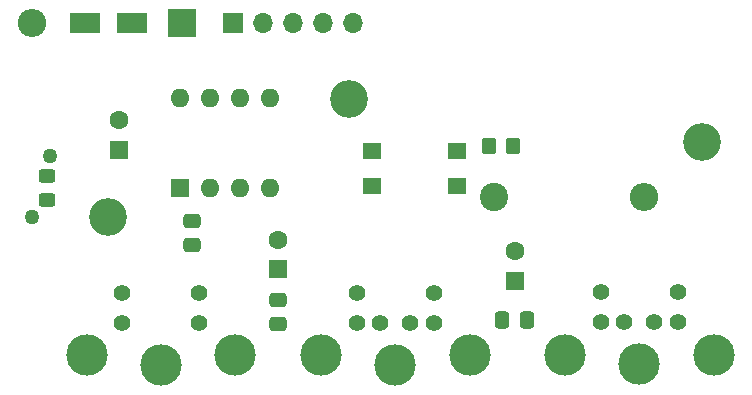
<source format=gbr>
%TF.GenerationSoftware,KiCad,Pcbnew,6.99.0-unknown-3b63ce8a48~154~ubuntu22.04.1*%
%TF.CreationDate,2022-10-12T06:00:40-06:00*%
%TF.ProjectId,PS2_ADB,5053325f-4144-4422-9e6b-696361645f70,rev?*%
%TF.SameCoordinates,Original*%
%TF.FileFunction,Soldermask,Top*%
%TF.FilePolarity,Negative*%
%FSLAX46Y46*%
G04 Gerber Fmt 4.6, Leading zero omitted, Abs format (unit mm)*
G04 Created by KiCad (PCBNEW 6.99.0-unknown-3b63ce8a48~154~ubuntu22.04.1) date 2022-10-12 06:00:40*
%MOMM*%
%LPD*%
G01*
G04 APERTURE LIST*
G04 Aperture macros list*
%AMRoundRect*
0 Rectangle with rounded corners*
0 $1 Rounding radius*
0 $2 $3 $4 $5 $6 $7 $8 $9 X,Y pos of 4 corners*
0 Add a 4 corners polygon primitive as box body*
4,1,4,$2,$3,$4,$5,$6,$7,$8,$9,$2,$3,0*
0 Add four circle primitives for the rounded corners*
1,1,$1+$1,$2,$3*
1,1,$1+$1,$4,$5*
1,1,$1+$1,$6,$7*
1,1,$1+$1,$8,$9*
0 Add four rect primitives between the rounded corners*
20,1,$1+$1,$2,$3,$4,$5,0*
20,1,$1+$1,$4,$5,$6,$7,0*
20,1,$1+$1,$6,$7,$8,$9,0*
20,1,$1+$1,$8,$9,$2,$3,0*%
G04 Aperture macros list end*
%ADD10C,2.400000*%
%ADD11O,2.400000X2.400000*%
%ADD12R,1.600000X1.600000*%
%ADD13C,1.600000*%
%ADD14C,3.200000*%
%ADD15C,1.410000*%
%ADD16C,3.500000*%
%ADD17RoundRect,0.250000X-0.450000X0.325000X-0.450000X-0.325000X0.450000X-0.325000X0.450000X0.325000X0*%
%ADD18RoundRect,0.250000X-0.475000X0.337500X-0.475000X-0.337500X0.475000X-0.337500X0.475000X0.337500X0*%
%ADD19R,1.600000X1.400000*%
%ADD20RoundRect,0.250000X-0.350000X-0.450000X0.350000X-0.450000X0.350000X0.450000X-0.350000X0.450000X0*%
%ADD21R,1.700000X1.700000*%
%ADD22O,1.700000X1.700000*%
%ADD23R,2.400000X2.400000*%
%ADD24O,1.600000X1.600000*%
%ADD25C,1.270000*%
%ADD26R,2.500000X1.800000*%
%ADD27RoundRect,0.250000X0.337500X0.475000X-0.337500X0.475000X-0.337500X-0.475000X0.337500X-0.475000X0*%
G04 APERTURE END LIST*
D10*
%TO.C,R2*%
X178500000Y-102000000D03*
D11*
X191199999Y-101999999D03*
%TD*%
D12*
%TO.C,C6*%
X180199999Y-109105112D03*
D13*
X180200000Y-106605113D03*
%TD*%
D12*
%TO.C,C5*%
X160199999Y-108099999D03*
D13*
X160200000Y-105600000D03*
%TD*%
D12*
%TO.C,C3*%
X146699999Y-97999999D03*
D13*
X146700000Y-95500000D03*
%TD*%
D14*
%TO.C,H2*%
X196100000Y-97300000D03*
%TD*%
D15*
%TO.C,J4*%
X147000000Y-112640000D03*
X153520000Y-112640000D03*
X147000000Y-110100000D03*
X153520000Y-110100000D03*
D16*
X143960000Y-115410000D03*
X150260000Y-116210000D03*
X156560000Y-115410000D03*
%TD*%
D17*
%TO.C,F1*%
X140600000Y-100200000D03*
X140600000Y-102250000D03*
%TD*%
D18*
%TO.C,C1*%
X152900000Y-104000000D03*
X152900000Y-106075000D03*
%TD*%
D15*
%TO.C,J3*%
X192030000Y-112600000D03*
X189490000Y-112600000D03*
X194020000Y-112600000D03*
X187500000Y-112600000D03*
X194020000Y-110060000D03*
X187500000Y-110060000D03*
D16*
X184460000Y-115370000D03*
X190760000Y-116170000D03*
X197060000Y-115370000D03*
%TD*%
D19*
%TO.C,SW1*%
X168099999Y-101099999D03*
X175299999Y-101099999D03*
X175299999Y-98099999D03*
X168099999Y-98099999D03*
%TD*%
D20*
%TO.C,R1*%
X178050000Y-97700000D03*
X180050000Y-97700000D03*
%TD*%
D21*
%TO.C,J5*%
X156399999Y-87299999D03*
D22*
X158939999Y-87299999D03*
X161479999Y-87299999D03*
X164019999Y-87299999D03*
X166559999Y-87299999D03*
%TD*%
D14*
%TO.C,H3*%
X166200000Y-93700000D03*
%TD*%
D23*
%TO.C,D1*%
X152049999Y-87299999D03*
D11*
X139349999Y-87299999D03*
%TD*%
D12*
%TO.C,U1*%
X151899999Y-101199999D03*
D24*
X154439999Y-101199999D03*
X156979999Y-101199999D03*
X159519999Y-101199999D03*
X159519999Y-93579999D03*
X156979999Y-93579999D03*
X154439999Y-93579999D03*
X151899999Y-93579999D03*
%TD*%
D14*
%TO.C,H1*%
X145800000Y-103700000D03*
%TD*%
D15*
%TO.C,J2*%
X171370000Y-112630000D03*
X168830000Y-112630000D03*
X173360000Y-112630000D03*
X166840000Y-112630000D03*
X173360000Y-110090000D03*
X166840000Y-110090000D03*
D16*
X163800000Y-115400000D03*
X170100000Y-116200000D03*
X176400000Y-115400000D03*
%TD*%
D25*
%TO.C,F2*%
X139300000Y-103650000D03*
X140900000Y-98550000D03*
%TD*%
D26*
%TO.C,D2*%
X147799999Y-87299999D03*
X143799999Y-87299999D03*
%TD*%
D18*
%TO.C,C2*%
X160200000Y-110700000D03*
X160200000Y-112775000D03*
%TD*%
D27*
%TO.C,C4*%
X181237500Y-112400000D03*
X179162500Y-112400000D03*
%TD*%
M02*

</source>
